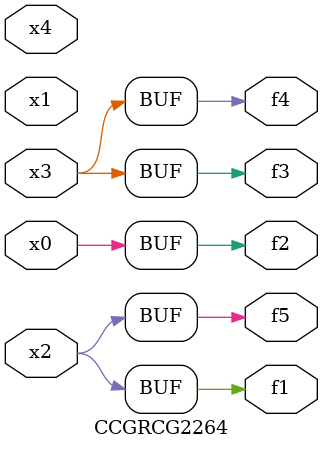
<source format=v>
module CCGRCG2264(
	input x0, x1, x2, x3, x4,
	output f1, f2, f3, f4, f5
);
	assign f1 = x2;
	assign f2 = x0;
	assign f3 = x3;
	assign f4 = x3;
	assign f5 = x2;
endmodule

</source>
